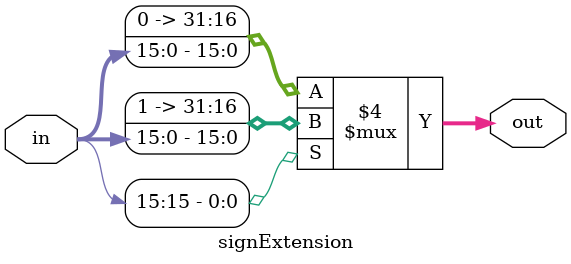
<source format=v>
`timescale 1ns / 1ps

module signExtension(
	output reg [31:0] out,
	input [15:0] in
    );
	 
always@(in) 
			begin
				if (in[15]==1)
					begin
						out <= {16'hffff , in};
					end
				else 
					begin
						out <= in;
					end
			end
endmodule

</source>
